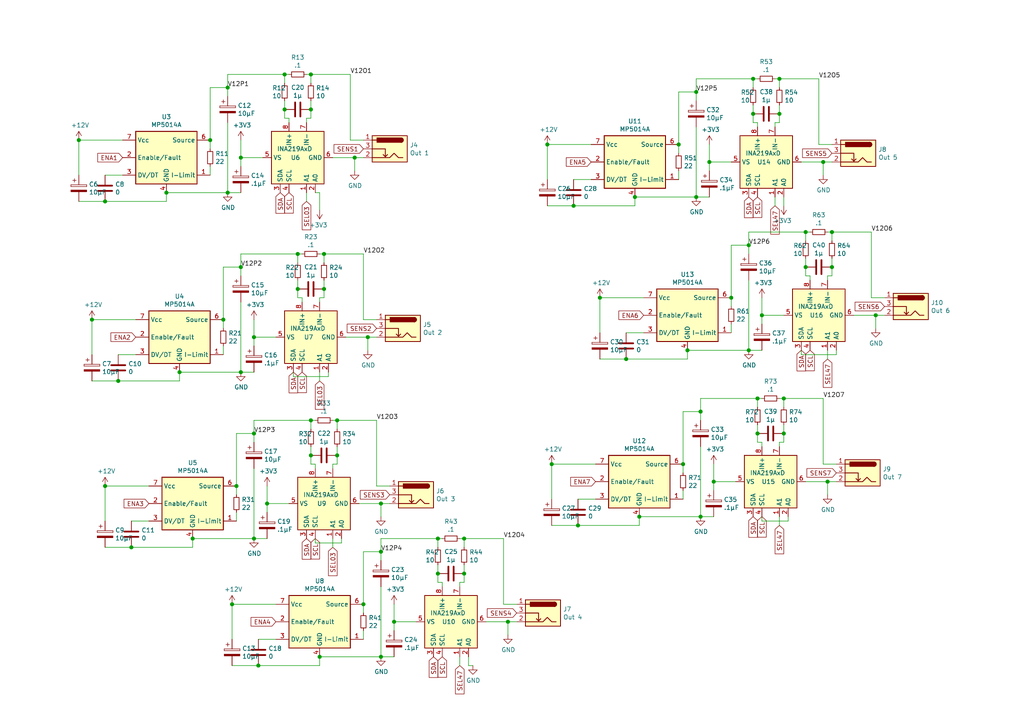
<source format=kicad_sch>
(kicad_sch (version 20210126) (generator eeschema)
  (paper "A4")
  (junction (at 22.86 40.64) (diameter 1.016))
  (junction (at 26.67 92.71) (diameter 1.016))
  (junction (at 30.48 58.42) (diameter 1.016))
  (junction (at 30.48 140.97) (diameter 1.016))
  (junction (at 34.29 110.49) (diameter 1.016))
  (junction (at 38.1 158.75) (diameter 1.016))
  (junction (at 48.26 55.88) (diameter 1.016))
  (junction (at 52.07 107.95) (diameter 1.016))
  (junction (at 55.88 156.21) (diameter 1.016))
  (junction (at 60.96 40.64) (diameter 1.016))
  (junction (at 64.77 92.71) (diameter 1.016))
  (junction (at 66.04 25.4) (diameter 1.016))
  (junction (at 66.04 55.88) (diameter 1.016))
  (junction (at 67.31 175.26) (diameter 1.016))
  (junction (at 68.58 140.97) (diameter 1.016))
  (junction (at 69.85 45.72) (diameter 1.016))
  (junction (at 69.85 77.47) (diameter 1.016))
  (junction (at 69.85 107.95) (diameter 1.016))
  (junction (at 73.66 97.79) (diameter 1.016))
  (junction (at 73.66 125.73) (diameter 1.016))
  (junction (at 73.66 156.21) (diameter 1.016))
  (junction (at 74.93 193.04) (diameter 1.016))
  (junction (at 77.47 146.05) (diameter 1.016))
  (junction (at 82.55 21.59) (diameter 1.016))
  (junction (at 82.55 31.75) (diameter 1.016))
  (junction (at 86.36 73.66) (diameter 1.016))
  (junction (at 86.36 83.82) (diameter 1.016))
  (junction (at 90.17 21.59) (diameter 1.016))
  (junction (at 90.17 31.75) (diameter 1.016))
  (junction (at 90.17 121.92) (diameter 1.016))
  (junction (at 90.17 132.08) (diameter 1.016))
  (junction (at 92.71 190.5) (diameter 1.016))
  (junction (at 93.98 73.66) (diameter 1.016))
  (junction (at 93.98 83.82) (diameter 1.016))
  (junction (at 97.79 121.92) (diameter 1.016))
  (junction (at 97.79 132.08) (diameter 1.016))
  (junction (at 102.87 45.72) (diameter 1.016))
  (junction (at 105.41 175.26) (diameter 1.016))
  (junction (at 106.68 97.79) (diameter 1.016))
  (junction (at 110.49 146.05) (diameter 1.016))
  (junction (at 110.49 160.02) (diameter 1.016))
  (junction (at 110.49 190.5) (diameter 1.016))
  (junction (at 114.3 180.34) (diameter 1.016))
  (junction (at 127 156.21) (diameter 1.016))
  (junction (at 127 166.37) (diameter 1.016))
  (junction (at 134.62 156.21) (diameter 1.016))
  (junction (at 134.62 166.37) (diameter 1.016))
  (junction (at 147.32 180.34) (diameter 1.016))
  (junction (at 158.75 41.91) (diameter 1.016))
  (junction (at 160.02 134.62) (diameter 1.016))
  (junction (at 166.37 59.69) (diameter 1.016))
  (junction (at 167.64 152.4) (diameter 1.016))
  (junction (at 173.99 86.36) (diameter 1.016))
  (junction (at 181.61 104.14) (diameter 1.016))
  (junction (at 184.15 57.15) (diameter 1.016))
  (junction (at 185.42 149.86) (diameter 1.016))
  (junction (at 196.85 41.91) (diameter 1.016))
  (junction (at 198.12 134.62) (diameter 1.016))
  (junction (at 199.39 101.6) (diameter 1.016))
  (junction (at 201.93 26.67) (diameter 1.016))
  (junction (at 201.93 57.15) (diameter 1.016))
  (junction (at 203.2 119.38) (diameter 1.016))
  (junction (at 203.2 149.86) (diameter 1.016))
  (junction (at 205.74 46.99) (diameter 1.016))
  (junction (at 207.01 139.7) (diameter 1.016))
  (junction (at 212.09 86.36) (diameter 1.016))
  (junction (at 217.17 71.12) (diameter 1.016))
  (junction (at 217.17 101.6) (diameter 1.016))
  (junction (at 218.44 22.86) (diameter 1.016))
  (junction (at 218.44 33.02) (diameter 1.016))
  (junction (at 219.71 115.57) (diameter 1.016))
  (junction (at 219.71 125.73) (diameter 1.016))
  (junction (at 220.98 91.44) (diameter 1.016))
  (junction (at 226.06 22.86) (diameter 1.016))
  (junction (at 226.06 33.02) (diameter 1.016))
  (junction (at 227.33 115.57) (diameter 1.016))
  (junction (at 227.33 125.73) (diameter 1.016))
  (junction (at 233.68 67.31) (diameter 1.016))
  (junction (at 233.68 77.47) (diameter 1.016))
  (junction (at 238.76 46.99) (diameter 1.016))
  (junction (at 240.03 139.7) (diameter 1.016))
  (junction (at 241.3 67.31) (diameter 1.016))
  (junction (at 241.3 77.47) (diameter 1.016))
  (junction (at 254 91.44) (diameter 1.016))
  (wire (pts (xy 22.86 40.64) (xy 35.56 40.64)))
  (wire (pts (xy 22.86 50.8) (xy 22.86 40.64)))
  (wire (pts (xy 22.86 58.42) (xy 30.48 58.42)))
  (wire (pts (xy 26.67 92.71) (xy 39.37 92.71)))
  (wire (pts (xy 26.67 102.87) (xy 26.67 92.71)))
  (wire (pts (xy 26.67 110.49) (xy 34.29 110.49)))
  (wire (pts (xy 30.48 50.8) (xy 35.56 50.8)))
  (wire (pts (xy 30.48 58.42) (xy 48.26 58.42)))
  (wire (pts (xy 30.48 140.97) (xy 43.18 140.97)))
  (wire (pts (xy 30.48 151.13) (xy 30.48 140.97)))
  (wire (pts (xy 30.48 158.75) (xy 38.1 158.75)))
  (wire (pts (xy 34.29 102.87) (xy 39.37 102.87)))
  (wire (pts (xy 34.29 110.49) (xy 52.07 110.49)))
  (wire (pts (xy 38.1 151.13) (xy 43.18 151.13)))
  (wire (pts (xy 38.1 158.75) (xy 55.88 158.75)))
  (wire (pts (xy 48.26 55.88) (xy 66.04 55.88)))
  (wire (pts (xy 48.26 58.42) (xy 48.26 55.88)))
  (wire (pts (xy 52.07 107.95) (xy 69.85 107.95)))
  (wire (pts (xy 52.07 110.49) (xy 52.07 107.95)))
  (wire (pts (xy 55.88 156.21) (xy 73.66 156.21)))
  (wire (pts (xy 55.88 158.75) (xy 55.88 156.21)))
  (wire (pts (xy 60.96 25.4) (xy 60.96 40.64)))
  (wire (pts (xy 60.96 25.4) (xy 66.04 25.4)))
  (wire (pts (xy 60.96 40.64) (xy 60.96 43.18)))
  (wire (pts (xy 60.96 48.26) (xy 60.96 50.8)))
  (wire (pts (xy 64.77 77.47) (xy 64.77 92.71)))
  (wire (pts (xy 64.77 77.47) (xy 69.85 77.47)))
  (wire (pts (xy 64.77 92.71) (xy 64.77 95.25)))
  (wire (pts (xy 64.77 100.33) (xy 64.77 102.87)))
  (wire (pts (xy 66.04 21.59) (xy 66.04 25.4)))
  (wire (pts (xy 66.04 21.59) (xy 82.55 21.59)))
  (wire (pts (xy 66.04 25.4) (xy 66.04 27.94)))
  (wire (pts (xy 66.04 35.56) (xy 66.04 55.88)))
  (wire (pts (xy 66.04 55.88) (xy 69.85 55.88)))
  (wire (pts (xy 67.31 175.26) (xy 80.01 175.26)))
  (wire (pts (xy 67.31 185.42) (xy 67.31 175.26)))
  (wire (pts (xy 67.31 193.04) (xy 74.93 193.04)))
  (wire (pts (xy 68.58 125.73) (xy 68.58 140.97)))
  (wire (pts (xy 68.58 125.73) (xy 73.66 125.73)))
  (wire (pts (xy 68.58 140.97) (xy 68.58 143.51)))
  (wire (pts (xy 68.58 148.59) (xy 68.58 151.13)))
  (wire (pts (xy 69.85 45.72) (xy 69.85 40.64)))
  (wire (pts (xy 69.85 45.72) (xy 69.85 48.26)))
  (wire (pts (xy 69.85 73.66) (xy 69.85 77.47)))
  (wire (pts (xy 69.85 73.66) (xy 86.36 73.66)))
  (wire (pts (xy 69.85 77.47) (xy 69.85 80.01)))
  (wire (pts (xy 69.85 87.63) (xy 69.85 107.95)))
  (wire (pts (xy 69.85 107.95) (xy 73.66 107.95)))
  (wire (pts (xy 73.66 97.79) (xy 73.66 92.71)))
  (wire (pts (xy 73.66 97.79) (xy 73.66 100.33)))
  (wire (pts (xy 73.66 121.92) (xy 73.66 125.73)))
  (wire (pts (xy 73.66 121.92) (xy 90.17 121.92)))
  (wire (pts (xy 73.66 125.73) (xy 73.66 128.27)))
  (wire (pts (xy 73.66 135.89) (xy 73.66 156.21)))
  (wire (pts (xy 73.66 156.21) (xy 77.47 156.21)))
  (wire (pts (xy 74.93 185.42) (xy 80.01 185.42)))
  (wire (pts (xy 74.93 193.04) (xy 92.71 193.04)))
  (wire (pts (xy 76.2 45.72) (xy 69.85 45.72)))
  (wire (pts (xy 77.47 146.05) (xy 77.47 140.97)))
  (wire (pts (xy 77.47 146.05) (xy 77.47 148.59)))
  (wire (pts (xy 80.01 97.79) (xy 73.66 97.79)))
  (wire (pts (xy 82.55 21.59) (xy 82.55 24.13)))
  (wire (pts (xy 82.55 21.59) (xy 83.82 21.59)))
  (wire (pts (xy 82.55 29.21) (xy 82.55 31.75)))
  (wire (pts (xy 82.55 34.29) (xy 82.55 31.75)))
  (wire (pts (xy 83.82 34.29) (xy 82.55 34.29)))
  (wire (pts (xy 83.82 34.29) (xy 83.82 35.56)))
  (wire (pts (xy 83.82 146.05) (xy 77.47 146.05)))
  (wire (pts (xy 85.09 109.22) (xy 85.09 107.95)))
  (wire (pts (xy 86.36 73.66) (xy 86.36 76.2)))
  (wire (pts (xy 86.36 73.66) (xy 87.63 73.66)))
  (wire (pts (xy 86.36 81.28) (xy 86.36 83.82)))
  (wire (pts (xy 86.36 86.36) (xy 86.36 83.82)))
  (wire (pts (xy 87.63 86.36) (xy 86.36 86.36)))
  (wire (pts (xy 87.63 86.36) (xy 87.63 87.63)))
  (wire (pts (xy 88.9 21.59) (xy 90.17 21.59)))
  (wire (pts (xy 88.9 34.29) (xy 88.9 35.56)))
  (wire (pts (xy 88.9 34.29) (xy 90.17 34.29)))
  (wire (pts (xy 88.9 55.88) (xy 88.9 58.42)))
  (wire (pts (xy 90.17 21.59) (xy 90.17 24.13)))
  (wire (pts (xy 90.17 21.59) (xy 101.6 21.59)))
  (wire (pts (xy 90.17 29.21) (xy 90.17 31.75)))
  (wire (pts (xy 90.17 34.29) (xy 90.17 31.75)))
  (wire (pts (xy 90.17 121.92) (xy 90.17 124.46)))
  (wire (pts (xy 90.17 121.92) (xy 91.44 121.92)))
  (wire (pts (xy 90.17 129.54) (xy 90.17 132.08)))
  (wire (pts (xy 90.17 134.62) (xy 90.17 132.08)))
  (wire (pts (xy 91.44 134.62) (xy 90.17 134.62)))
  (wire (pts (xy 91.44 134.62) (xy 91.44 135.89)))
  (wire (pts (xy 91.44 157.48) (xy 91.44 156.21)))
  (wire (pts (xy 92.71 55.88) (xy 91.44 55.88)))
  (wire (pts (xy 92.71 60.96) (xy 92.71 55.88)))
  (wire (pts (xy 92.71 73.66) (xy 93.98 73.66)))
  (wire (pts (xy 92.71 86.36) (xy 92.71 87.63)))
  (wire (pts (xy 92.71 86.36) (xy 93.98 86.36)))
  (wire (pts (xy 92.71 107.95) (xy 92.71 110.49)))
  (wire (pts (xy 92.71 190.5) (xy 110.49 190.5)))
  (wire (pts (xy 92.71 193.04) (xy 92.71 190.5)))
  (wire (pts (xy 93.98 73.66) (xy 93.98 76.2)))
  (wire (pts (xy 93.98 73.66) (xy 105.41 73.66)))
  (wire (pts (xy 93.98 81.28) (xy 93.98 83.82)))
  (wire (pts (xy 93.98 86.36) (xy 93.98 83.82)))
  (wire (pts (xy 95.25 107.95) (xy 95.25 109.22)))
  (wire (pts (xy 95.25 109.22) (xy 85.09 109.22)))
  (wire (pts (xy 96.52 45.72) (xy 102.87 45.72)))
  (wire (pts (xy 96.52 121.92) (xy 97.79 121.92)))
  (wire (pts (xy 96.52 134.62) (xy 96.52 135.89)))
  (wire (pts (xy 96.52 134.62) (xy 97.79 134.62)))
  (wire (pts (xy 96.52 156.21) (xy 96.52 158.75)))
  (wire (pts (xy 97.79 121.92) (xy 97.79 124.46)))
  (wire (pts (xy 97.79 121.92) (xy 109.22 121.92)))
  (wire (pts (xy 97.79 129.54) (xy 97.79 132.08)))
  (wire (pts (xy 97.79 134.62) (xy 97.79 132.08)))
  (wire (pts (xy 99.06 156.21) (xy 99.06 157.48)))
  (wire (pts (xy 99.06 157.48) (xy 91.44 157.48)))
  (wire (pts (xy 100.33 97.79) (xy 106.68 97.79)))
  (wire (pts (xy 101.6 21.59) (xy 101.6 40.64)))
  (wire (pts (xy 101.6 40.64) (xy 105.41 40.64)))
  (wire (pts (xy 102.87 45.72) (xy 102.87 49.53)))
  (wire (pts (xy 104.14 146.05) (xy 110.49 146.05)))
  (wire (pts (xy 105.41 45.72) (xy 102.87 45.72)))
  (wire (pts (xy 105.41 73.66) (xy 105.41 92.71)))
  (wire (pts (xy 105.41 92.71) (xy 109.22 92.71)))
  (wire (pts (xy 105.41 160.02) (xy 105.41 175.26)))
  (wire (pts (xy 105.41 160.02) (xy 110.49 160.02)))
  (wire (pts (xy 105.41 175.26) (xy 105.41 177.8)))
  (wire (pts (xy 105.41 182.88) (xy 105.41 185.42)))
  (wire (pts (xy 106.68 97.79) (xy 106.68 101.6)))
  (wire (pts (xy 109.22 97.79) (xy 106.68 97.79)))
  (wire (pts (xy 109.22 121.92) (xy 109.22 140.97)))
  (wire (pts (xy 109.22 140.97) (xy 113.03 140.97)))
  (wire (pts (xy 110.49 146.05) (xy 110.49 149.86)))
  (wire (pts (xy 110.49 156.21) (xy 110.49 160.02)))
  (wire (pts (xy 110.49 156.21) (xy 127 156.21)))
  (wire (pts (xy 110.49 160.02) (xy 110.49 162.56)))
  (wire (pts (xy 110.49 170.18) (xy 110.49 190.5)))
  (wire (pts (xy 110.49 190.5) (xy 114.3 190.5)))
  (wire (pts (xy 113.03 146.05) (xy 110.49 146.05)))
  (wire (pts (xy 114.3 180.34) (xy 114.3 175.26)))
  (wire (pts (xy 114.3 180.34) (xy 114.3 182.88)))
  (wire (pts (xy 120.65 180.34) (xy 114.3 180.34)))
  (wire (pts (xy 127 156.21) (xy 127 158.75)))
  (wire (pts (xy 127 156.21) (xy 128.27 156.21)))
  (wire (pts (xy 127 163.83) (xy 127 166.37)))
  (wire (pts (xy 127 168.91) (xy 127 166.37)))
  (wire (pts (xy 128.27 168.91) (xy 127 168.91)))
  (wire (pts (xy 128.27 168.91) (xy 128.27 170.18)))
  (wire (pts (xy 133.35 156.21) (xy 134.62 156.21)))
  (wire (pts (xy 133.35 168.91) (xy 133.35 170.18)))
  (wire (pts (xy 133.35 168.91) (xy 134.62 168.91)))
  (wire (pts (xy 133.35 190.5) (xy 133.35 193.04)))
  (wire (pts (xy 134.62 156.21) (xy 134.62 158.75)))
  (wire (pts (xy 134.62 156.21) (xy 146.05 156.21)))
  (wire (pts (xy 134.62 163.83) (xy 134.62 166.37)))
  (wire (pts (xy 134.62 168.91) (xy 134.62 166.37)))
  (wire (pts (xy 135.89 190.5) (xy 135.89 193.04)))
  (wire (pts (xy 135.89 193.04) (xy 137.16 193.04)))
  (wire (pts (xy 140.97 180.34) (xy 147.32 180.34)))
  (wire (pts (xy 146.05 156.21) (xy 146.05 175.26)))
  (wire (pts (xy 146.05 175.26) (xy 149.86 175.26)))
  (wire (pts (xy 147.32 180.34) (xy 147.32 184.15)))
  (wire (pts (xy 149.86 180.34) (xy 147.32 180.34)))
  (wire (pts (xy 158.75 41.91) (xy 171.45 41.91)))
  (wire (pts (xy 158.75 52.07) (xy 158.75 41.91)))
  (wire (pts (xy 158.75 59.69) (xy 166.37 59.69)))
  (wire (pts (xy 160.02 134.62) (xy 172.72 134.62)))
  (wire (pts (xy 160.02 144.78) (xy 160.02 134.62)))
  (wire (pts (xy 160.02 152.4) (xy 167.64 152.4)))
  (wire (pts (xy 166.37 52.07) (xy 171.45 52.07)))
  (wire (pts (xy 166.37 59.69) (xy 184.15 59.69)))
  (wire (pts (xy 167.64 144.78) (xy 172.72 144.78)))
  (wire (pts (xy 167.64 152.4) (xy 185.42 152.4)))
  (wire (pts (xy 173.99 86.36) (xy 186.69 86.36)))
  (wire (pts (xy 173.99 96.52) (xy 173.99 86.36)))
  (wire (pts (xy 173.99 104.14) (xy 181.61 104.14)))
  (wire (pts (xy 181.61 96.52) (xy 186.69 96.52)))
  (wire (pts (xy 181.61 104.14) (xy 199.39 104.14)))
  (wire (pts (xy 184.15 57.15) (xy 201.93 57.15)))
  (wire (pts (xy 184.15 59.69) (xy 184.15 57.15)))
  (wire (pts (xy 185.42 149.86) (xy 203.2 149.86)))
  (wire (pts (xy 185.42 152.4) (xy 185.42 149.86)))
  (wire (pts (xy 196.85 26.67) (xy 196.85 41.91)))
  (wire (pts (xy 196.85 26.67) (xy 201.93 26.67)))
  (wire (pts (xy 196.85 41.91) (xy 196.85 44.45)))
  (wire (pts (xy 196.85 49.53) (xy 196.85 52.07)))
  (wire (pts (xy 198.12 119.38) (xy 198.12 134.62)))
  (wire (pts (xy 198.12 119.38) (xy 203.2 119.38)))
  (wire (pts (xy 198.12 134.62) (xy 198.12 137.16)))
  (wire (pts (xy 198.12 142.24) (xy 198.12 144.78)))
  (wire (pts (xy 199.39 101.6) (xy 217.17 101.6)))
  (wire (pts (xy 199.39 104.14) (xy 199.39 101.6)))
  (wire (pts (xy 201.93 22.86) (xy 201.93 26.67)))
  (wire (pts (xy 201.93 22.86) (xy 218.44 22.86)))
  (wire (pts (xy 201.93 26.67) (xy 201.93 29.21)))
  (wire (pts (xy 201.93 36.83) (xy 201.93 57.15)))
  (wire (pts (xy 201.93 57.15) (xy 205.74 57.15)))
  (wire (pts (xy 203.2 115.57) (xy 203.2 119.38)))
  (wire (pts (xy 203.2 115.57) (xy 219.71 115.57)))
  (wire (pts (xy 203.2 119.38) (xy 203.2 121.92)))
  (wire (pts (xy 203.2 129.54) (xy 203.2 149.86)))
  (wire (pts (xy 203.2 149.86) (xy 207.01 149.86)))
  (wire (pts (xy 205.74 46.99) (xy 205.74 41.91)))
  (wire (pts (xy 205.74 46.99) (xy 205.74 49.53)))
  (wire (pts (xy 207.01 139.7) (xy 207.01 134.62)))
  (wire (pts (xy 207.01 139.7) (xy 207.01 142.24)))
  (wire (pts (xy 212.09 46.99) (xy 205.74 46.99)))
  (wire (pts (xy 212.09 71.12) (xy 212.09 86.36)))
  (wire (pts (xy 212.09 71.12) (xy 217.17 71.12)))
  (wire (pts (xy 212.09 86.36) (xy 212.09 88.9)))
  (wire (pts (xy 212.09 93.98) (xy 212.09 96.52)))
  (wire (pts (xy 213.36 139.7) (xy 207.01 139.7)))
  (wire (pts (xy 217.17 67.31) (xy 217.17 71.12)))
  (wire (pts (xy 217.17 67.31) (xy 233.68 67.31)))
  (wire (pts (xy 217.17 71.12) (xy 217.17 73.66)))
  (wire (pts (xy 217.17 81.28) (xy 217.17 101.6)))
  (wire (pts (xy 217.17 101.6) (xy 220.98 101.6)))
  (wire (pts (xy 218.44 22.86) (xy 218.44 25.4)))
  (wire (pts (xy 218.44 22.86) (xy 219.71 22.86)))
  (wire (pts (xy 218.44 30.48) (xy 218.44 33.02)))
  (wire (pts (xy 218.44 35.56) (xy 218.44 33.02)))
  (wire (pts (xy 219.71 35.56) (xy 218.44 35.56)))
  (wire (pts (xy 219.71 35.56) (xy 219.71 36.83)))
  (wire (pts (xy 219.71 115.57) (xy 219.71 118.11)))
  (wire (pts (xy 219.71 115.57) (xy 220.98 115.57)))
  (wire (pts (xy 219.71 123.19) (xy 219.71 125.73)))
  (wire (pts (xy 219.71 128.27) (xy 219.71 125.73)))
  (wire (pts (xy 220.98 91.44) (xy 220.98 86.36)))
  (wire (pts (xy 220.98 91.44) (xy 220.98 93.98)))
  (wire (pts (xy 220.98 128.27) (xy 219.71 128.27)))
  (wire (pts (xy 220.98 128.27) (xy 220.98 129.54)))
  (wire (pts (xy 220.98 151.13) (xy 220.98 149.86)))
  (wire (pts (xy 224.79 22.86) (xy 226.06 22.86)))
  (wire (pts (xy 224.79 35.56) (xy 224.79 36.83)))
  (wire (pts (xy 224.79 35.56) (xy 226.06 35.56)))
  (wire (pts (xy 224.79 57.15) (xy 224.79 59.69)))
  (wire (pts (xy 226.06 22.86) (xy 226.06 25.4)))
  (wire (pts (xy 226.06 22.86) (xy 237.49 22.86)))
  (wire (pts (xy 226.06 30.48) (xy 226.06 33.02)))
  (wire (pts (xy 226.06 35.56) (xy 226.06 33.02)))
  (wire (pts (xy 226.06 115.57) (xy 227.33 115.57)))
  (wire (pts (xy 226.06 128.27) (xy 226.06 129.54)))
  (wire (pts (xy 226.06 128.27) (xy 227.33 128.27)))
  (wire (pts (xy 226.06 149.86) (xy 226.06 152.4)))
  (wire (pts (xy 227.33 57.15) (xy 227.33 59.69)))
  (wire (pts (xy 227.33 91.44) (xy 220.98 91.44)))
  (wire (pts (xy 227.33 115.57) (xy 227.33 118.11)))
  (wire (pts (xy 227.33 115.57) (xy 238.76 115.57)))
  (wire (pts (xy 227.33 123.19) (xy 227.33 125.73)))
  (wire (pts (xy 227.33 128.27) (xy 227.33 125.73)))
  (wire (pts (xy 228.6 149.86) (xy 228.6 151.13)))
  (wire (pts (xy 228.6 151.13) (xy 220.98 151.13)))
  (wire (pts (xy 232.41 46.99) (xy 238.76 46.99)))
  (wire (pts (xy 232.41 102.87) (xy 232.41 101.6)))
  (wire (pts (xy 233.68 67.31) (xy 233.68 69.85)))
  (wire (pts (xy 233.68 67.31) (xy 234.95 67.31)))
  (wire (pts (xy 233.68 74.93) (xy 233.68 77.47)))
  (wire (pts (xy 233.68 80.01) (xy 233.68 77.47)))
  (wire (pts (xy 233.68 139.7) (xy 240.03 139.7)))
  (wire (pts (xy 234.95 80.01) (xy 233.68 80.01)))
  (wire (pts (xy 234.95 80.01) (xy 234.95 81.28)))
  (wire (pts (xy 237.49 22.86) (xy 237.49 41.91)))
  (wire (pts (xy 237.49 41.91) (xy 241.3 41.91)))
  (wire (pts (xy 238.76 46.99) (xy 238.76 50.8)))
  (wire (pts (xy 238.76 115.57) (xy 238.76 134.62)))
  (wire (pts (xy 238.76 134.62) (xy 242.57 134.62)))
  (wire (pts (xy 240.03 67.31) (xy 241.3 67.31)))
  (wire (pts (xy 240.03 80.01) (xy 240.03 81.28)))
  (wire (pts (xy 240.03 80.01) (xy 241.3 80.01)))
  (wire (pts (xy 240.03 101.6) (xy 240.03 104.14)))
  (wire (pts (xy 240.03 139.7) (xy 240.03 143.51)))
  (wire (pts (xy 241.3 46.99) (xy 238.76 46.99)))
  (wire (pts (xy 241.3 67.31) (xy 241.3 69.85)))
  (wire (pts (xy 241.3 67.31) (xy 252.73 67.31)))
  (wire (pts (xy 241.3 74.93) (xy 241.3 77.47)))
  (wire (pts (xy 241.3 80.01) (xy 241.3 77.47)))
  (wire (pts (xy 242.57 101.6) (xy 242.57 102.87)))
  (wire (pts (xy 242.57 102.87) (xy 232.41 102.87)))
  (wire (pts (xy 242.57 139.7) (xy 240.03 139.7)))
  (wire (pts (xy 247.65 91.44) (xy 254 91.44)))
  (wire (pts (xy 252.73 67.31) (xy 252.73 86.36)))
  (wire (pts (xy 252.73 86.36) (xy 256.54 86.36)))
  (wire (pts (xy 254 91.44) (xy 254 95.25)))
  (wire (pts (xy 256.54 91.44) (xy 254 91.44)))
  (label "V12P1" (at 66.04 25.4 0))
  (label "V12P2" (at 69.85 77.47 0))
  (label "V12P3" (at 73.66 125.73 0))
  (label "V12O1" (at 101.6 21.59 0))
  (label "V12O2" (at 105.41 73.66 0))
  (label "V12O3" (at 109.22 121.92 0))
  (label "V12P4" (at 110.49 160.02 0))
  (label "V12O4" (at 146.05 156.21 0))
  (label "V12P5" (at 201.93 26.67 0))
  (label "V12P6" (at 217.17 71.12 0))
  (label "V12O5" (at 237.49 22.86 0))
  (label "V12O7" (at 238.76 115.57 0))
  (label "V12O6" (at 252.73 67.31 0))
  (global_label "ENA1" (shape input) (at 35.56 45.72 180) (property "Intersheet References" "${INTERSHEET_REFS}" (effects hide)))
  (global_label "ENA2" (shape input) (at 39.37 97.79 180) (property "Intersheet References" "${INTERSHEET_REFS}" (effects hide)))
  (global_label "ENA3" (shape input) (at 43.18 146.05 180) (property "Intersheet References" "${INTERSHEET_REFS}" (effects hide)))
  (global_label "ENA4" (shape input) (at 80.01 180.34 180) (property "Intersheet References" "${INTERSHEET_REFS}" (effects hide)))
  (global_label "SDA" (shape input) (at 81.28 55.88 270) (property "Intersheet References" "${INTERSHEET_REFS}" (effects hide)))
  (global_label "SCL" (shape input) (at 83.82 55.88 270) (property "Intersheet References" "${INTERSHEET_REFS}" (effects hide)))
  (global_label "SDA" (shape input) (at 85.09 107.95 270) (property "Intersheet References" "${INTERSHEET_REFS}" (effects hide)))
  (global_label "SCL" (shape input) (at 87.63 107.95 270) (property "Intersheet References" "${INTERSHEET_REFS}" (effects hide)))
  (global_label "SEL03" (shape input) (at 88.9 58.42 270) (property "Intersheet References" "${INTERSHEET_REFS}" (effects hide)))
  (global_label "SDA" (shape input) (at 88.9 156.21 270) (property "Intersheet References" "${INTERSHEET_REFS}" (effects hide)))
  (global_label "SCL" (shape input) (at 91.44 156.21 270) (property "Intersheet References" "${INTERSHEET_REFS}" (effects hide)))
  (global_label "SEL03" (shape input) (at 92.71 110.49 270) (property "Intersheet References" "${INTERSHEET_REFS}" (effects hide)))
  (global_label "SEL03" (shape input) (at 96.52 158.75 270) (property "Intersheet References" "${INTERSHEET_REFS}" (effects hide)))
  (global_label "SENS1" (shape input) (at 105.41 43.18 180) (property "Intersheet References" "${INTERSHEET_REFS}" (effects hide)))
  (global_label "SENS2" (shape input) (at 109.22 95.25 180) (property "Intersheet References" "${INTERSHEET_REFS}" (effects hide)))
  (global_label "SENS3" (shape input) (at 113.03 143.51 180) (property "Intersheet References" "${INTERSHEET_REFS}" (effects hide)))
  (global_label "SDA" (shape input) (at 125.73 190.5 270) (property "Intersheet References" "${INTERSHEET_REFS}" (effects hide)))
  (global_label "SCL" (shape input) (at 128.27 190.5 270) (property "Intersheet References" "${INTERSHEET_REFS}" (effects hide)))
  (global_label "SEL47" (shape input) (at 133.35 193.04 270) (property "Intersheet References" "${INTERSHEET_REFS}" (effects hide)))
  (global_label "SENS4" (shape input) (at 149.86 177.8 180) (property "Intersheet References" "${INTERSHEET_REFS}" (effects hide)))
  (global_label "ENA5" (shape input) (at 171.45 46.99 180) (property "Intersheet References" "${INTERSHEET_REFS}" (effects hide)))
  (global_label "ENA7" (shape input) (at 172.72 139.7 180) (property "Intersheet References" "${INTERSHEET_REFS}" (effects hide)))
  (global_label "ENA6" (shape input) (at 186.69 91.44 180) (property "Intersheet References" "${INTERSHEET_REFS}" (effects hide)))
  (global_label "SDA" (shape input) (at 217.17 57.15 270) (property "Intersheet References" "${INTERSHEET_REFS}" (effects hide)))
  (global_label "SDA" (shape input) (at 218.44 149.86 270) (property "Intersheet References" "${INTERSHEET_REFS}" (effects hide)))
  (global_label "SCL" (shape input) (at 219.71 57.15 270) (property "Intersheet References" "${INTERSHEET_REFS}" (effects hide)))
  (global_label "SCL" (shape input) (at 220.98 149.86 270) (property "Intersheet References" "${INTERSHEET_REFS}" (effects hide)))
  (global_label "SEL47" (shape input) (at 224.79 59.69 270) (property "Intersheet References" "${INTERSHEET_REFS}" (effects hide)))
  (global_label "SEL47" (shape input) (at 226.06 152.4 270) (property "Intersheet References" "${INTERSHEET_REFS}" (effects hide)))
  (global_label "SDA" (shape input) (at 232.41 101.6 270) (property "Intersheet References" "${INTERSHEET_REFS}" (effects hide)))
  (global_label "SCL" (shape input) (at 234.95 101.6 270) (property "Intersheet References" "${INTERSHEET_REFS}" (effects hide)))
  (global_label "SEL47" (shape input) (at 240.03 104.14 270) (property "Intersheet References" "${INTERSHEET_REFS}" (effects hide)))
  (global_label "SENS5" (shape input) (at 241.3 44.45 180) (property "Intersheet References" "${INTERSHEET_REFS}" (effects hide)))
  (global_label "SENS7" (shape input) (at 242.57 137.16 180) (property "Intersheet References" "${INTERSHEET_REFS}" (effects hide)))
  (global_label "SENS6" (shape input) (at 256.54 88.9 180) (property "Intersheet References" "${INTERSHEET_REFS}" (effects hide)))
  (symbol (lib_id "localstuff:+12V") (at 22.86 40.64 0) (unit 1)
    (property "Reference" "#PWR0124" (effects hide))
    (property "Value" "+12V" (at 23.2283 36.3156 0))
  )
  (symbol (lib_id "localstuff:+12V") (at 26.67 92.71 0) (unit 1)
    (property "Reference" "#PWR0110" (effects hide))
    (property "Value" "+12V" (at 27.0383 88.3856 0))
  )
  (symbol (lib_id "localstuff:+12V") (at 30.48 140.97 0) (unit 1)
    (property "Reference" "#PWR0113" (effects hide))
    (property "Value" "+12V" (at 30.8483 136.6456 0))
  )
  (symbol (lib_id "localstuff:+12V") (at 67.31 175.26 0) (unit 1)
    (property "Reference" "#PWR0115" (effects hide))
    (property "Value" "+12V" (at 67.6783 170.9356 0))
  )
  (symbol (lib_id "localstuff:+3.3V") (at 69.85 40.64 0) (unit 1)
    (property "Reference" "#PWR0125" (effects hide))
    (property "Value" "+3.3V" (at 70.2183 36.3156 0))
  )
  (symbol (lib_id "localstuff:+3.3V") (at 73.66 92.71 0) (unit 1)
    (property "Reference" "#PWR0128" (effects hide))
    (property "Value" "+3.3V" (at 74.0283 88.3856 0))
  )
  (symbol (lib_id "localstuff:+3.3V") (at 77.47 140.97 0) (unit 1)
    (property "Reference" "#PWR0114" (effects hide))
    (property "Value" "+3.3V" (at 77.8383 136.6456 0))
  )
  (symbol (lib_id "localstuff:+3.3V") (at 92.71 60.96 180) (unit 1)
    (property "Reference" "#PWR0117" (effects hide))
    (property "Value" "+3.3V" (at 92.3417 65.2844 0))
  )
  (symbol (lib_id "localstuff:+3.3V") (at 114.3 175.26 0) (unit 1)
    (property "Reference" "#PWR0121" (effects hide))
    (property "Value" "+3.3V" (at 114.6683 170.9356 0))
  )
  (symbol (lib_id "localstuff:+12V") (at 158.75 41.91 0) (unit 1)
    (property "Reference" "#PWR0146" (effects hide))
    (property "Value" "+12V" (at 159.1183 37.5856 0))
  )
  (symbol (lib_id "localstuff:+12V") (at 160.02 134.62 0) (unit 1)
    (property "Reference" "#PWR0139" (effects hide))
    (property "Value" "+12V" (at 160.3883 130.2956 0))
  )
  (symbol (lib_id "localstuff:+12V") (at 173.99 86.36 0) (unit 1)
    (property "Reference" "#PWR0144" (effects hide))
    (property "Value" "+12V" (at 174.3583 82.0356 0))
  )
  (symbol (lib_id "localstuff:+3.3V") (at 205.74 41.91 0) (unit 1)
    (property "Reference" "#PWR0135" (effects hide))
    (property "Value" "+3.3V" (at 206.1083 37.5856 0))
  )
  (symbol (lib_id "localstuff:+3.3V") (at 207.01 134.62 0) (unit 1)
    (property "Reference" "#PWR0138" (effects hide))
    (property "Value" "+3.3V" (at 207.3783 130.2956 0))
  )
  (symbol (lib_id "localstuff:+3.3V") (at 220.98 86.36 0) (unit 1)
    (property "Reference" "#PWR0132" (effects hide))
    (property "Value" "+3.3V" (at 221.3483 82.0356 0))
  )
  (symbol (lib_id "localstuff:+3.3V") (at 227.33 59.69 180) (unit 1)
    (property "Reference" "#PWR0122" (effects hide))
    (property "Value" "+3.3V" (at 226.9617 64.0144 0))
  )
  (symbol (lib_id "localstuff:GND") (at 66.04 55.88 0) (unit 1)
    (property "Reference" "#PWR0126" (effects hide))
    (property "Value" "GND" (at 66.1543 60.2044 0))
  )
  (symbol (lib_id "localstuff:GND") (at 69.85 107.95 0) (unit 1)
    (property "Reference" "#PWR0111" (effects hide))
    (property "Value" "GND" (at 69.9643 112.2744 0))
  )
  (symbol (lib_id "localstuff:GND") (at 73.66 156.21 0) (unit 1)
    (property "Reference" "#PWR0112" (effects hide))
    (property "Value" "GND" (at 73.7743 160.5344 0))
  )
  (symbol (lib_id "localstuff:GND") (at 102.87 49.53 0) (unit 1)
    (property "Reference" "#PWR0127" (effects hide))
    (property "Value" "GND" (at 102.9843 53.8544 0))
  )
  (symbol (lib_id "localstuff:GND") (at 106.68 101.6 0) (unit 1)
    (property "Reference" "#PWR0131" (effects hide))
    (property "Value" "GND" (at 106.7943 105.9244 0))
  )
  (symbol (lib_id "localstuff:GND") (at 110.49 149.86 0) (unit 1)
    (property "Reference" "#PWR0118" (effects hide))
    (property "Value" "GND" (at 110.6043 154.1844 0))
  )
  (symbol (lib_id "localstuff:GND") (at 110.49 190.5 0) (unit 1)
    (property "Reference" "#PWR0120" (effects hide))
    (property "Value" "GND" (at 110.6043 194.8244 0))
  )
  (symbol (lib_id "localstuff:GND") (at 137.16 193.04 0) (unit 1)
    (property "Reference" "#PWR0123" (effects hide))
    (property "Value" "GND" (at 137.2743 197.3644 0))
  )
  (symbol (lib_id "localstuff:GND") (at 147.32 184.15 0) (unit 1)
    (property "Reference" "#PWR0116" (effects hide))
    (property "Value" "GND" (at 147.4343 188.4744 0))
  )
  (symbol (lib_id "localstuff:GND") (at 201.93 57.15 0) (unit 1)
    (property "Reference" "#PWR0140" (effects hide))
    (property "Value" "GND" (at 202.0443 61.4744 0))
  )
  (symbol (lib_id "localstuff:GND") (at 203.2 149.86 0) (unit 1)
    (property "Reference" "#PWR0137" (effects hide))
    (property "Value" "GND" (at 203.3143 154.1844 0))
  )
  (symbol (lib_id "localstuff:GND") (at 217.17 101.6 0) (unit 1)
    (property "Reference" "#PWR0143" (effects hide))
    (property "Value" "GND" (at 217.2843 105.9244 0))
  )
  (symbol (lib_id "localstuff:GND") (at 238.76 50.8 0) (unit 1)
    (property "Reference" "#PWR0133" (effects hide))
    (property "Value" "GND" (at 238.8743 55.1244 0))
  )
  (symbol (lib_id "localstuff:GND") (at 240.03 143.51 0) (unit 1)
    (property "Reference" "#PWR0142" (effects hide))
    (property "Value" "GND" (at 240.1443 147.8344 0))
  )
  (symbol (lib_id "localstuff:GND") (at 254 95.25 0) (unit 1)
    (property "Reference" "#PWR0145" (effects hide))
    (property "Value" "GND" (at 254.1143 99.5744 0))
  )
  (symbol (lib_id "localstuff:R") (at 60.96 45.72 180) (unit 1)
    (property "Reference" "R11" (at 62.459 44.571 0) (effects (justify right)))
    (property "Value" "22" (at 62.4587 46.8693 0) (effects (justify right)))
    (property "Footprint" "Resistor_SMD:R_0603_1608Metric" (effects hide))
  )
  (symbol (lib_id "localstuff:R") (at 64.77 97.79 180) (unit 1)
    (property "Reference" "R21" (at 66.269 96.641 0) (effects (justify right)))
    (property "Value" "22" (at 66.2687 98.9393 0) (effects (justify right)))
    (property "Footprint" "Resistor_SMD:R_0603_1608Metric" (effects hide))
  )
  (symbol (lib_id "localstuff:R") (at 68.58 146.05 180) (unit 1)
    (property "Reference" "R31" (at 70.079 144.901 0) (effects (justify right)))
    (property "Value" "22" (at 70.0787 147.1993 0) (effects (justify right)))
    (property "Footprint" "Resistor_SMD:R_0603_1608Metric" (effects hide))
  )
  (symbol (lib_id "localstuff:R") (at 82.55 26.67 180) (unit 1)
    (property "Reference" "R12" (at 78.969 25.521 0) (effects (justify right)))
    (property "Value" "10" (at 78.9687 27.8193 0) (effects (justify right)))
    (property "Footprint" "Resistor_SMD:R_0603_1608Metric" (effects hide))
  )
  (symbol (lib_id "localstuff:R") (at 86.36 21.59 90) (unit 1)
    (property "Reference" "R13" (at 86.36 16.643 90))
    (property "Value" ".1" (at 86.36 18.9419 90))
    (property "Footprint" "Resistor_SMD:R_0805_2012Metric_Pad1.20x1.40mm_HandSolder" (effects hide))
  )
  (symbol (lib_id "localstuff:R") (at 86.36 78.74 180) (unit 1)
    (property "Reference" "R22" (at 82.779 77.591 0) (effects (justify right)))
    (property "Value" "10" (at 82.7787 79.8893 0) (effects (justify right)))
    (property "Footprint" "Resistor_SMD:R_0603_1608Metric" (effects hide))
  )
  (symbol (lib_id "localstuff:R") (at 90.17 26.67 180) (unit 1)
    (property "Reference" "R14" (at 91.669 25.521 0) (effects (justify right)))
    (property "Value" "10" (at 91.6687 27.8193 0) (effects (justify right)))
    (property "Footprint" "Resistor_SMD:R_0603_1608Metric" (effects hide))
  )
  (symbol (lib_id "localstuff:R") (at 90.17 73.66 90) (unit 1)
    (property "Reference" "R23" (at 90.17 68.713 90))
    (property "Value" ".1" (at 90.17 71.0119 90))
    (property "Footprint" "Resistor_SMD:R_0805_2012Metric_Pad1.20x1.40mm_HandSolder" (effects hide))
  )
  (symbol (lib_id "localstuff:R") (at 90.17 127 180) (unit 1)
    (property "Reference" "R32" (at 86.589 125.851 0) (effects (justify right)))
    (property "Value" "10" (at 86.5887 128.1493 0) (effects (justify right)))
    (property "Footprint" "Resistor_SMD:R_0603_1608Metric" (effects hide))
  )
  (symbol (lib_id "localstuff:R") (at 93.98 78.74 180) (unit 1)
    (property "Reference" "R24" (at 95.479 77.591 0) (effects (justify right)))
    (property "Value" "10" (at 95.4787 79.8893 0) (effects (justify right)))
    (property "Footprint" "Resistor_SMD:R_0603_1608Metric" (effects hide))
  )
  (symbol (lib_id "localstuff:R") (at 93.98 121.92 90) (unit 1)
    (property "Reference" "R33" (at 93.98 116.973 90))
    (property "Value" ".1" (at 93.98 119.2719 90))
    (property "Footprint" "Resistor_SMD:R_0805_2012Metric_Pad1.20x1.40mm_HandSolder" (effects hide))
  )
  (symbol (lib_id "localstuff:R") (at 97.79 127 180) (unit 1)
    (property "Reference" "R34" (at 99.289 125.851 0) (effects (justify right)))
    (property "Value" "10" (at 99.2887 128.1493 0) (effects (justify right)))
    (property "Footprint" "Resistor_SMD:R_0603_1608Metric" (effects hide))
  )
  (symbol (lib_id "localstuff:R") (at 105.41 180.34 180) (unit 1)
    (property "Reference" "R41" (at 106.909 179.191 0) (effects (justify right)))
    (property "Value" "22" (at 106.9087 181.4893 0) (effects (justify right)))
    (property "Footprint" "Resistor_SMD:R_0603_1608Metric" (effects hide))
  )
  (symbol (lib_id "localstuff:R") (at 127 161.29 180) (unit 1)
    (property "Reference" "R42" (at 123.419 160.141 0) (effects (justify right)))
    (property "Value" "10" (at 123.4187 162.4393 0) (effects (justify right)))
    (property "Footprint" "Resistor_SMD:R_0603_1608Metric" (effects hide))
  )
  (symbol (lib_id "localstuff:R") (at 130.81 156.21 90) (unit 1)
    (property "Reference" "R43" (at 130.81 151.263 90))
    (property "Value" ".1" (at 130.81 153.5619 90))
    (property "Footprint" "Resistor_SMD:R_0805_2012Metric_Pad1.20x1.40mm_HandSolder" (effects hide))
  )
  (symbol (lib_id "localstuff:R") (at 134.62 161.29 180) (unit 1)
    (property "Reference" "R44" (at 136.119 160.141 0) (effects (justify right)))
    (property "Value" "10" (at 136.1187 162.4393 0) (effects (justify right)))
    (property "Footprint" "Resistor_SMD:R_0603_1608Metric" (effects hide))
  )
  (symbol (lib_id "localstuff:R") (at 196.85 46.99 180) (unit 1)
    (property "Reference" "R51" (at 198.349 45.841 0) (effects (justify right)))
    (property "Value" "22" (at 198.3487 48.1393 0) (effects (justify right)))
    (property "Footprint" "Resistor_SMD:R_0603_1608Metric" (effects hide))
  )
  (symbol (lib_id "localstuff:R") (at 198.12 139.7 180) (unit 1)
    (property "Reference" "R71" (at 199.619 138.551 0) (effects (justify right)))
    (property "Value" "22" (at 199.6187 140.8493 0) (effects (justify right)))
    (property "Footprint" "Resistor_SMD:R_0603_1608Metric" (effects hide))
  )
  (symbol (lib_id "localstuff:R") (at 212.09 91.44 180) (unit 1)
    (property "Reference" "R61" (at 213.589 90.291 0) (effects (justify right)))
    (property "Value" "22" (at 213.5887 92.5893 0) (effects (justify right)))
    (property "Footprint" "Resistor_SMD:R_0603_1608Metric" (effects hide))
  )
  (symbol (lib_id "localstuff:R") (at 218.44 27.94 180) (unit 1)
    (property "Reference" "R52" (at 214.859 26.791 0) (effects (justify right)))
    (property "Value" "10" (at 214.8587 29.0893 0) (effects (justify right)))
    (property "Footprint" "Resistor_SMD:R_0603_1608Metric" (effects hide))
  )
  (symbol (lib_id "localstuff:R") (at 219.71 120.65 180) (unit 1)
    (property "Reference" "R72" (at 216.129 119.501 0) (effects (justify right)))
    (property "Value" "10" (at 216.1287 121.7993 0) (effects (justify right)))
    (property "Footprint" "Resistor_SMD:R_0603_1608Metric" (effects hide))
  )
  (symbol (lib_id "localstuff:R") (at 222.25 22.86 90) (unit 1)
    (property "Reference" "R53" (at 222.25 17.913 90))
    (property "Value" ".1" (at 222.25 20.2119 90))
    (property "Footprint" "Resistor_SMD:R_0805_2012Metric_Pad1.20x1.40mm_HandSolder" (effects hide))
  )
  (symbol (lib_id "localstuff:R") (at 223.52 115.57 90) (unit 1)
    (property "Reference" "R73" (at 223.52 110.623 90))
    (property "Value" ".1" (at 223.52 112.9219 90))
    (property "Footprint" "Resistor_SMD:R_0805_2012Metric_Pad1.20x1.40mm_HandSolder" (effects hide))
  )
  (symbol (lib_id "localstuff:R") (at 226.06 27.94 180) (unit 1)
    (property "Reference" "R54" (at 227.559 26.791 0) (effects (justify right)))
    (property "Value" "10" (at 227.5587 29.0893 0) (effects (justify right)))
    (property "Footprint" "Resistor_SMD:R_0603_1608Metric" (effects hide))
  )
  (symbol (lib_id "localstuff:R") (at 227.33 120.65 180) (unit 1)
    (property "Reference" "R74" (at 228.829 119.501 0) (effects (justify right)))
    (property "Value" "10" (at 228.8287 121.7993 0) (effects (justify right)))
    (property "Footprint" "Resistor_SMD:R_0603_1608Metric" (effects hide))
  )
  (symbol (lib_id "localstuff:R") (at 233.68 72.39 180) (unit 1)
    (property "Reference" "R62" (at 230.099 71.241 0) (effects (justify right)))
    (property "Value" "10" (at 230.0987 73.5393 0) (effects (justify right)))
    (property "Footprint" "Resistor_SMD:R_0603_1608Metric" (effects hide))
  )
  (symbol (lib_id "localstuff:R") (at 237.49 67.31 90) (unit 1)
    (property "Reference" "R63" (at 237.49 62.363 90))
    (property "Value" ".1" (at 237.49 64.6619 90))
    (property "Footprint" "Resistor_SMD:R_0805_2012Metric_Pad1.20x1.40mm_HandSolder" (effects hide))
  )
  (symbol (lib_id "localstuff:R") (at 241.3 72.39 180) (unit 1)
    (property "Reference" "R64" (at 242.799 71.241 0) (effects (justify right)))
    (property "Value" "10" (at 242.7987 73.5393 0) (effects (justify right)))
    (property "Footprint" "Resistor_SMD:R_0603_1608Metric" (effects hide))
  )
  (symbol (lib_id "localstuff:CP") (at 22.86 54.61 0) (unit 1)
    (property "Reference" "C6" (at 25.7811 53.4606 0) (effects (justify left)))
    (property "Value" "10µF" (at 25.7811 55.7593 0) (effects (justify left)))
    (property "Footprint" "Capacitor_SMD:C_0603_1608Metric" (effects hide))
  )
  (symbol (lib_id "localstuff:CP") (at 26.67 106.68 0) (unit 1)
    (property "Reference" "C7" (at 29.5911 105.5306 0) (effects (justify left)))
    (property "Value" "10µF" (at 29.5911 107.8293 0) (effects (justify left)))
    (property "Footprint" "Capacitor_SMD:C_0603_1608Metric" (effects hide))
  )
  (symbol (lib_id "Device:C") (at 30.48 54.61 0) (unit 1)
    (property "Reference" "C8" (at 33.4011 53.4606 0) (effects (justify left)))
    (property "Value" "0" (at 33.4011 55.7593 0) (effects (justify left)))
    (property "Footprint" "Resistor_SMD:R_0603_1608Metric_Pad0.98x0.95mm_HandSolder" (effects hide))
  )
  (symbol (lib_id "localstuff:CP") (at 30.48 154.94 0) (unit 1)
    (property "Reference" "C9" (at 33.4011 153.7906 0) (effects (justify left)))
    (property "Value" "10µF" (at 33.4011 156.0893 0) (effects (justify left)))
    (property "Footprint" "Capacitor_SMD:C_0603_1608Metric" (effects hide))
  )
  (symbol (lib_id "Device:C") (at 34.29 106.68 0) (unit 1)
    (property "Reference" "C10" (at 37.2111 105.5306 0) (effects (justify left)))
    (property "Value" "0" (at 37.2111 107.8293 0) (effects (justify left)))
    (property "Footprint" "Resistor_SMD:R_0603_1608Metric_Pad0.98x0.95mm_HandSolder" (effects hide))
  )
  (symbol (lib_id "Device:C") (at 38.1 154.94 0) (unit 1)
    (property "Reference" "C11" (at 41.0211 153.7906 0) (effects (justify left)))
    (property "Value" "0" (at 41.0211 156.0893 0) (effects (justify left)))
    (property "Footprint" "Resistor_SMD:R_0603_1608Metric_Pad0.98x0.95mm_HandSolder" (effects hide))
  )
  (symbol (lib_id "localstuff:CP") (at 66.04 31.75 0) (unit 1)
    (property "Reference" "C12" (at 68.9611 30.6006 0) (effects (justify left)))
    (property "Value" "10µF" (at 68.9611 32.8993 0) (effects (justify left)))
    (property "Footprint" "Capacitor_SMD:C_0603_1608Metric" (effects hide))
  )
  (symbol (lib_id "localstuff:CP") (at 67.31 189.23 0) (unit 1)
    (property "Reference" "C13" (at 70.2311 188.0806 0) (effects (justify left)))
    (property "Value" "10µF" (at 70.2311 190.3793 0) (effects (justify left)))
    (property "Footprint" "Capacitor_SMD:C_0603_1608Metric" (effects hide))
  )
  (symbol (lib_id "localstuff:CP") (at 69.85 52.07 0) (unit 1)
    (property "Reference" "C14" (at 72.7711 50.9206 0) (effects (justify left)))
    (property "Value" ".1µF" (at 72.7711 53.2193 0) (effects (justify left)))
    (property "Footprint" "Capacitor_SMD:C_0603_1608Metric" (effects hide))
  )
  (symbol (lib_id "localstuff:CP") (at 69.85 83.82 0) (unit 1)
    (property "Reference" "C15" (at 72.7711 82.6706 0) (effects (justify left)))
    (property "Value" "10µF" (at 72.7711 84.9693 0) (effects (justify left)))
    (property "Footprint" "Capacitor_SMD:C_0603_1608Metric" (effects hide))
  )
  (symbol (lib_id "localstuff:CP") (at 73.66 104.14 0) (unit 1)
    (property "Reference" "C16" (at 76.5811 102.9906 0) (effects (justify left)))
    (property "Value" ".1µF" (at 76.5811 105.2893 0) (effects (justify left)))
    (property "Footprint" "Capacitor_SMD:C_0603_1608Metric" (effects hide))
  )
  (symbol (lib_id "localstuff:CP") (at 73.66 132.08 0) (unit 1)
    (property "Reference" "C17" (at 76.5811 130.9306 0) (effects (justify left)))
    (property "Value" "10µF" (at 76.5811 133.2293 0) (effects (justify left)))
    (property "Footprint" "Capacitor_SMD:C_0603_1608Metric" (effects hide))
  )
  (symbol (lib_id "Device:C") (at 74.93 189.23 0) (unit 1)
    (property "Reference" "C18" (at 77.8511 188.0806 0) (effects (justify left)))
    (property "Value" "0" (at 77.8511 190.3793 0) (effects (justify left)))
    (property "Footprint" "Resistor_SMD:R_0603_1608Metric_Pad0.98x0.95mm_HandSolder" (effects hide))
  )
  (symbol (lib_id "localstuff:CP") (at 77.47 152.4 0) (unit 1)
    (property "Reference" "C19" (at 80.3911 151.2506 0) (effects (justify left)))
    (property "Value" ".1µF" (at 80.3911 153.5493 0) (effects (justify left)))
    (property "Footprint" "Capacitor_SMD:C_0603_1608Metric" (effects hide))
  )
  (symbol (lib_id "Device:C") (at 86.36 31.75 90) (unit 1)
    (property "Reference" "C20" (at 86.36 25.3808 90))
    (property "Value" "1µ" (at 86.36 27.68 90))
    (property "Footprint" "Resistor_SMD:R_0603_1608Metric_Pad0.98x0.95mm_HandSolder" (effects hide))
  )
  (symbol (lib_id "Device:C") (at 90.17 83.82 90) (unit 1)
    (property "Reference" "C21" (at 90.17 77.4508 90))
    (property "Value" "1µ" (at 90.17 79.75 90))
    (property "Footprint" "Resistor_SMD:R_0603_1608Metric_Pad0.98x0.95mm_HandSolder" (effects hide))
  )
  (symbol (lib_id "Device:C") (at 93.98 132.08 90) (unit 1)
    (property "Reference" "C22" (at 93.98 125.7108 90))
    (property "Value" "1µ" (at 93.98 128.01 90))
    (property "Footprint" "Resistor_SMD:R_0603_1608Metric_Pad0.98x0.95mm_HandSolder" (effects hide))
  )
  (symbol (lib_id "localstuff:CP") (at 110.49 166.37 0) (unit 1)
    (property "Reference" "C23" (at 113.4111 165.2206 0) (effects (justify left)))
    (property "Value" "10µF" (at 113.4111 167.5193 0) (effects (justify left)))
    (property "Footprint" "Capacitor_SMD:C_0603_1608Metric" (effects hide))
  )
  (symbol (lib_id "localstuff:CP") (at 114.3 186.69 0) (unit 1)
    (property "Reference" "C24" (at 117.2211 185.5406 0) (effects (justify left)))
    (property "Value" ".1µF" (at 117.2211 187.8393 0) (effects (justify left)))
    (property "Footprint" "Capacitor_SMD:C_0603_1608Metric" (effects hide))
  )
  (symbol (lib_id "Device:C") (at 130.81 166.37 90) (unit 1)
    (property "Reference" "C25" (at 130.81 160.0008 90))
    (property "Value" "1µ" (at 130.81 162.3 90))
    (property "Footprint" "Resistor_SMD:R_0603_1608Metric_Pad0.98x0.95mm_HandSolder" (effects hide))
  )
  (symbol (lib_id "localstuff:CP") (at 158.75 55.88 0) (unit 1)
    (property "Reference" "C26" (at 161.6711 54.7306 0) (effects (justify left)))
    (property "Value" "10µF" (at 161.6711 57.0293 0) (effects (justify left)))
    (property "Footprint" "Capacitor_SMD:C_0603_1608Metric" (effects hide))
  )
  (symbol (lib_id "localstuff:CP") (at 160.02 148.59 0) (unit 1)
    (property "Reference" "C27" (at 162.9411 147.4406 0) (effects (justify left)))
    (property "Value" "10µF" (at 162.9411 149.7393 0) (effects (justify left)))
    (property "Footprint" "Capacitor_SMD:C_0603_1608Metric" (effects hide))
  )
  (symbol (lib_id "Device:C") (at 166.37 55.88 0) (unit 1)
    (property "Reference" "C28" (at 169.2911 54.7306 0) (effects (justify left)))
    (property "Value" "0" (at 169.2911 57.0293 0) (effects (justify left)))
    (property "Footprint" "Resistor_SMD:R_0603_1608Metric_Pad0.98x0.95mm_HandSolder" (effects hide))
  )
  (symbol (lib_id "Device:C") (at 167.64 148.59 0) (unit 1)
    (property "Reference" "C29" (at 170.5611 147.4406 0) (effects (justify left)))
    (property "Value" "0" (at 170.5611 149.7393 0) (effects (justify left)))
    (property "Footprint" "Resistor_SMD:R_0603_1608Metric_Pad0.98x0.95mm_HandSolder" (effects hide))
  )
  (symbol (lib_id "localstuff:CP") (at 173.99 100.33 0) (unit 1)
    (property "Reference" "C30" (at 176.9111 99.1806 0) (effects (justify left)))
    (property "Value" "10µF" (at 176.9111 101.4793 0) (effects (justify left)))
    (property "Footprint" "Capacitor_SMD:C_0603_1608Metric" (effects hide))
  )
  (symbol (lib_id "Device:C") (at 181.61 100.33 0) (unit 1)
    (property "Reference" "C31" (at 184.5311 99.1806 0) (effects (justify left)))
    (property "Value" "0" (at 184.5311 101.4793 0) (effects (justify left)))
    (property "Footprint" "Resistor_SMD:R_0603_1608Metric_Pad0.98x0.95mm_HandSolder" (effects hide))
  )
  (symbol (lib_id "localstuff:CP") (at 201.93 33.02 0) (unit 1)
    (property "Reference" "C32" (at 204.8511 31.8706 0) (effects (justify left)))
    (property "Value" "10µF" (at 204.8511 34.1693 0) (effects (justify left)))
    (property "Footprint" "Capacitor_SMD:C_0603_1608Metric" (effects hide))
  )
  (symbol (lib_id "localstuff:CP") (at 203.2 125.73 0) (unit 1)
    (property "Reference" "C33" (at 206.1211 124.5806 0) (effects (justify left)))
    (property "Value" "10µF" (at 206.1211 126.8793 0) (effects (justify left)))
    (property "Footprint" "Capacitor_SMD:C_0603_1608Metric" (effects hide))
  )
  (symbol (lib_id "localstuff:CP") (at 205.74 53.34 0) (unit 1)
    (property "Reference" "C34" (at 208.6611 52.1906 0) (effects (justify left)))
    (property "Value" ".1µF" (at 208.6611 54.4893 0) (effects (justify left)))
    (property "Footprint" "Capacitor_SMD:C_0603_1608Metric" (effects hide))
  )
  (symbol (lib_id "localstuff:CP") (at 207.01 146.05 0) (unit 1)
    (property "Reference" "C35" (at 209.9311 144.9006 0) (effects (justify left)))
    (property "Value" ".1µF" (at 209.9311 147.1993 0) (effects (justify left)))
    (property "Footprint" "Capacitor_SMD:C_0603_1608Metric" (effects hide))
  )
  (symbol (lib_id "localstuff:CP") (at 217.17 77.47 0) (unit 1)
    (property "Reference" "C36" (at 220.0911 76.3206 0) (effects (justify left)))
    (property "Value" "10µF" (at 220.0911 78.6193 0) (effects (justify left)))
    (property "Footprint" "Capacitor_SMD:C_0603_1608Metric" (effects hide))
  )
  (symbol (lib_id "localstuff:CP") (at 220.98 97.79 0) (unit 1)
    (property "Reference" "C37" (at 223.9011 96.6406 0) (effects (justify left)))
    (property "Value" ".1µF" (at 223.9011 98.9393 0) (effects (justify left)))
    (property "Footprint" "Capacitor_SMD:C_0603_1608Metric" (effects hide))
  )
  (symbol (lib_id "Device:C") (at 222.25 33.02 90) (unit 1)
    (property "Reference" "C38" (at 222.25 26.6508 90))
    (property "Value" "1µ" (at 222.25 28.95 90))
    (property "Footprint" "Resistor_SMD:R_0603_1608Metric_Pad0.98x0.95mm_HandSolder" (effects hide))
  )
  (symbol (lib_id "Device:C") (at 223.52 125.73 90) (unit 1)
    (property "Reference" "C39" (at 223.52 119.3608 90))
    (property "Value" "1µ" (at 223.52 121.66 90))
    (property "Footprint" "Resistor_SMD:R_0603_1608Metric_Pad0.98x0.95mm_HandSolder" (effects hide))
  )
  (symbol (lib_id "Device:C") (at 237.49 77.47 90) (unit 1)
    (property "Reference" "C40" (at 237.49 71.1008 90))
    (property "Value" "1µ" (at 237.49 73.4 90))
    (property "Footprint" "Resistor_SMD:R_0603_1608Metric_Pad0.98x0.95mm_HandSolder" (effects hide))
  )
  (symbol (lib_id "Connector:Barrel_Jack_Switch") (at 113.03 43.18 0) (mirror y) (unit 1)
    (property "Reference" "J4" (at 118.8721 42.0814 0) (effects (justify right)))
    (property "Value" "Out 1" (at 118.8721 44.3801 0) (effects (justify right)))
    (property "Footprint" "localstuff:Barrel Jack locking" (effects hide))
  )
  (symbol (lib_id "Connector:Barrel_Jack_Switch") (at 116.84 95.25 0) (mirror y) (unit 1)
    (property "Reference" "J5" (at 122.6821 94.1514 0) (effects (justify right)))
    (property "Value" "Out 2" (at 122.6821 96.4501 0) (effects (justify right)))
    (property "Footprint" "localstuff:Barrel Jack locking" (effects hide))
  )
  (symbol (lib_id "Connector:Barrel_Jack_Switch") (at 120.65 143.51 0) (mirror y) (unit 1)
    (property "Reference" "J6" (at 126.4921 142.4114 0) (effects (justify right)))
    (property "Value" "Out 3" (at 126.492 144.71 0) (effects (justify right)))
    (property "Footprint" "localstuff:Barrel Jack locking" (effects hide))
  )
  (symbol (lib_id "Connector:Barrel_Jack_Switch") (at 157.48 177.8 0) (mirror y) (unit 1)
    (property "Reference" "J7" (at 163.3221 176.7014 0) (effects (justify right)))
    (property "Value" "Out 4" (at 163.322 179 0) (effects (justify right)))
    (property "Footprint" "localstuff:Barrel Jack locking" (effects hide))
  )
  (symbol (lib_id "Connector:Barrel_Jack_Switch") (at 248.92 44.45 0) (mirror y) (unit 1)
    (property "Reference" "J8" (at 254.7621 43.3514 0) (effects (justify right)))
    (property "Value" "Out 5" (at 254.762 45.65 0) (effects (justify right)))
    (property "Footprint" "localstuff:Barrel Jack locking" (effects hide))
  )
  (symbol (lib_id "Connector:Barrel_Jack_Switch") (at 250.19 137.16 0) (mirror y) (unit 1)
    (property "Reference" "J9" (at 256.0321 136.0614 0) (effects (justify right)))
    (property "Value" "Out 7" (at 256.032 138.36 0) (effects (justify right)))
    (property "Footprint" "localstuff:Barrel Jack locking" (effects hide))
  )
  (symbol (lib_id "Connector:Barrel_Jack_Switch") (at 264.16 88.9 0) (mirror y) (unit 1)
    (property "Reference" "J10" (at 270.0021 87.8014 0) (effects (justify right)))
    (property "Value" "Out 6" (at 270.002 90.1 0) (effects (justify right)))
    (property "Footprint" "localstuff:Barrel Jack locking" (effects hide))
  )
  (symbol (lib_id "Analog_ADC:INA219AxD") (at 86.36 45.72 90) (mirror x) (unit 1)
    (property "Reference" "U6" (at 85.7058 45.72 90))
    (property "Value" "INA219AxD" (at 85.4645 43.18 90))
    (property "Footprint" "Package_SO:SOIC-8_3.9x4.9mm_P1.27mm" (effects hide))
    (property "Datasheet" "http://www.ti.com/lit/ds/symlink/ina219.pdf" (effects hide))
  )
  (symbol (lib_id "Analog_ADC:INA219AxD") (at 90.17 97.79 90) (mirror x) (unit 1)
    (property "Reference" "U7" (at 89.5158 97.79 90))
    (property "Value" "INA219AxD" (at 89.2745 95.25 90))
    (property "Footprint" "Package_SO:SOIC-8_3.9x4.9mm_P1.27mm" (effects hide))
    (property "Datasheet" "http://www.ti.com/lit/ds/symlink/ina219.pdf" (effects hide))
  )
  (symbol (lib_id "Analog_ADC:INA219AxD") (at 93.98 146.05 90) (mirror x) (unit 1)
    (property "Reference" "U9" (at 93.3258 146.05 90))
    (property "Value" "INA219AxD" (at 93.0845 143.51 90))
    (property "Footprint" "Package_SO:SOIC-8_3.9x4.9mm_P1.27mm" (effects hide))
    (property "Datasheet" "http://www.ti.com/lit/ds/symlink/ina219.pdf" (effects hide))
  )
  (symbol (lib_id "Analog_ADC:INA219AxD") (at 130.81 180.34 90) (mirror x) (unit 1)
    (property "Reference" "U10" (at 130.1558 180.34 90))
    (property "Value" "INA219AxD" (at 129.9145 177.8 90))
    (property "Footprint" "Package_SO:SOIC-8_3.9x4.9mm_P1.27mm" (effects hide))
    (property "Datasheet" "http://www.ti.com/lit/ds/symlink/ina219.pdf" (effects hide))
  )
  (symbol (lib_id "Analog_ADC:INA219AxD") (at 222.25 46.99 90) (mirror x) (unit 1)
    (property "Reference" "U14" (at 221.5958 46.99 90))
    (property "Value" "INA219AxD" (at 221.3545 44.45 90))
    (property "Footprint" "Package_SO:SOIC-8_3.9x4.9mm_P1.27mm" (effects hide))
    (property "Datasheet" "http://www.ti.com/lit/ds/symlink/ina219.pdf" (effects hide))
  )
  (symbol (lib_id "Analog_ADC:INA219AxD") (at 223.52 139.7 90) (mirror x) (unit 1)
    (property "Reference" "U15" (at 222.8658 139.7 90))
    (property "Value" "INA219AxD" (at 222.6245 137.16 90))
    (property "Footprint" "Package_SO:SOIC-8_3.9x4.9mm_P1.27mm" (effects hide))
    (property "Datasheet" "http://www.ti.com/lit/ds/symlink/ina219.pdf" (effects hide))
  )
  (symbol (lib_id "Analog_ADC:INA219AxD") (at 237.49 91.44 90) (mirror x) (unit 1)
    (property "Reference" "U16" (at 236.8358 91.44 90))
    (property "Value" "INA219AxD" (at 236.5945 88.9 90))
    (property "Footprint" "Package_SO:SOIC-8_3.9x4.9mm_P1.27mm" (effects hide))
    (property "Datasheet" "http://www.ti.com/lit/ds/symlink/ina219.pdf" (effects hide))
  )
  (symbol (lib_id "localstuff:MP5014A") (at 48.26 45.72 0) (unit 1)
    (property "Reference" "U3" (at 48.26 33.8898 0))
    (property "Value" "MP5014A" (at 48.26 36.1885 0))
    (property "Footprint" "Package_TO_SOT_SMD:TSOT-23-8" (effects hide))
    (property "Datasheet" "https://www.monolithicpower.com/en/documentview/productdocument/index/version/2/document_type/Datasheet/lang/en/sku/MP5014A/" (effects hide))
  )
  (symbol (lib_id "localstuff:MP5014A") (at 52.07 97.79 0) (unit 1)
    (property "Reference" "U4" (at 52.07 85.9598 0))
    (property "Value" "MP5014A" (at 52.07 88.2585 0))
    (property "Footprint" "Package_TO_SOT_SMD:TSOT-23-8" (effects hide))
    (property "Datasheet" "https://www.monolithicpower.com/en/documentview/productdocument/index/version/2/document_type/Datasheet/lang/en/sku/MP5014A/" (effects hide))
  )
  (symbol (lib_id "localstuff:MP5014A") (at 55.88 146.05 0) (unit 1)
    (property "Reference" "U5" (at 55.88 134.2198 0))
    (property "Value" "MP5014A" (at 55.88 136.5185 0))
    (property "Footprint" "Package_TO_SOT_SMD:TSOT-23-8" (effects hide))
    (property "Datasheet" "https://www.monolithicpower.com/en/documentview/productdocument/index/version/2/document_type/Datasheet/lang/en/sku/MP5014A/" (effects hide))
  )
  (symbol (lib_id "localstuff:MP5014A") (at 92.71 180.34 0) (unit 1)
    (property "Reference" "U8" (at 92.71 168.5098 0))
    (property "Value" "MP5014A" (at 92.71 170.8085 0))
    (property "Footprint" "Package_TO_SOT_SMD:TSOT-23-8" (effects hide))
    (property "Datasheet" "https://www.monolithicpower.com/en/documentview/productdocument/index/version/2/document_type/Datasheet/lang/en/sku/MP5014A/" (effects hide))
  )
  (symbol (lib_id "localstuff:MP5014A") (at 184.15 46.99 0) (unit 1)
    (property "Reference" "U11" (at 184.15 35.1598 0))
    (property "Value" "MP5014A" (at 184.15 37.4585 0))
    (property "Footprint" "Package_TO_SOT_SMD:TSOT-23-8" (effects hide))
    (property "Datasheet" "https://www.monolithicpower.com/en/documentview/productdocument/index/version/2/document_type/Datasheet/lang/en/sku/MP5014A/" (effects hide))
  )
  (symbol (lib_id "localstuff:MP5014A") (at 185.42 139.7 0) (unit 1)
    (property "Reference" "U12" (at 185.42 127.8698 0))
    (property "Value" "MP5014A" (at 185.42 130.1685 0))
    (property "Footprint" "Package_TO_SOT_SMD:TSOT-23-8" (effects hide))
    (property "Datasheet" "https://www.monolithicpower.com/en/documentview/productdocument/index/version/2/document_type/Datasheet/lang/en/sku/MP5014A/" (effects hide))
  )
  (symbol (lib_id "localstuff:MP5014A") (at 199.39 91.44 0) (unit 1)
    (property "Reference" "U13" (at 199.39 79.6098 0))
    (property "Value" "MP5014A" (at 199.39 81.9085 0))
    (property "Footprint" "Package_TO_SOT_SMD:TSOT-23-8" (effects hide))
    (property "Datasheet" "https://www.monolithicpower.com/en/documentview/productdocument/index/version/2/document_type/Datasheet/lang/en/sku/MP5014A/" (effects hide))
  )
)
</source>
